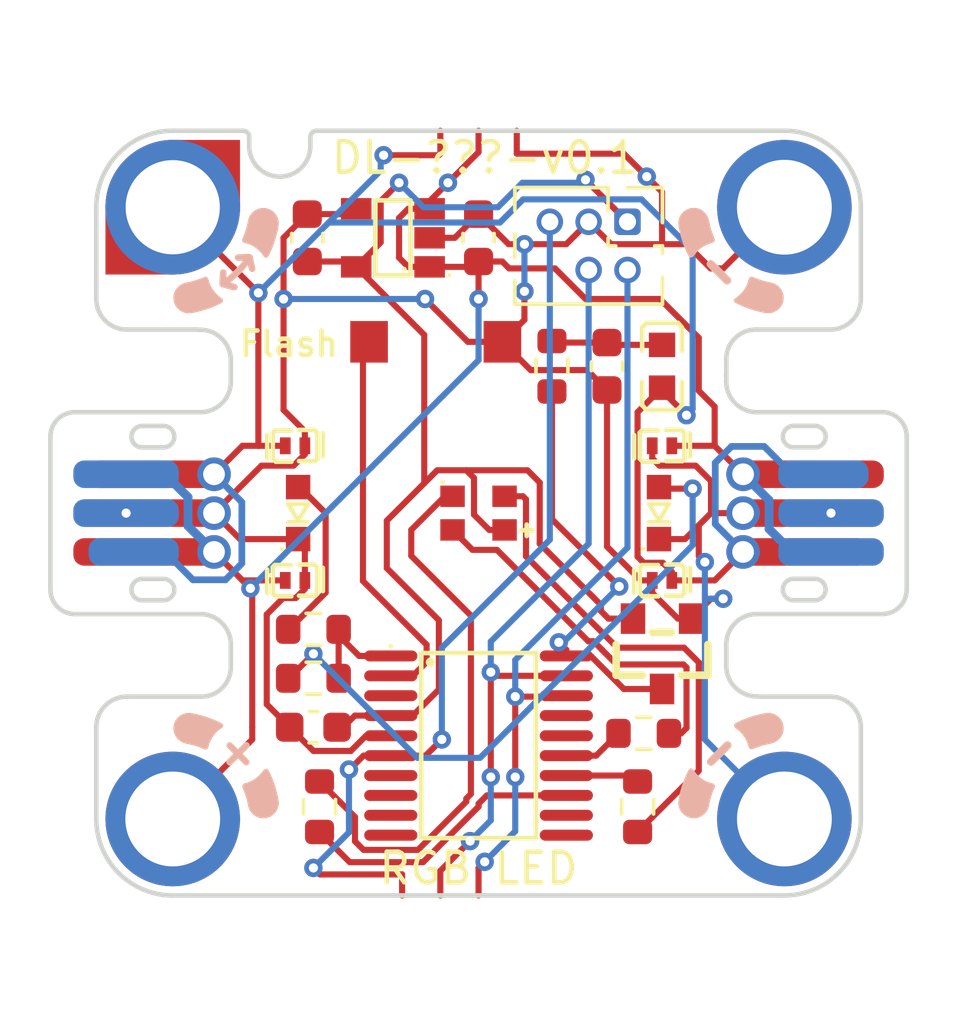
<source format=kicad_pcb>
(kicad_pcb (version 20241229) (generator "pcbnew") (generator_version "9.0")
  (title_block (title "${PROJECTNAME}") (date "2025-10-31") (rev "0.1") (company "Devices Lab") (comment 1 "Lancaster University") (comment 2 "James Hahn") (comment 3 "RGB LED Jacdac virtual module (STM32G0 based)"))
  (layers (0 "F.Cu" signal) (2 "B.Cu" signal) (13 "F.Paste" user) (15 "B.Paste" user) (5 "F.SilkS" user "F.Silkscreen") (7 "B.SilkS" user "B.Silkscreen") (1 "F.Mask" user) (3 "B.Mask" user) (25 "Edge.Cuts" user))
  (net 0 "")
  (net 1 "GND")
  (net 2 "+3V3")
  (net 3 "Net-(C1-Pad1)")
  (net 4 "/SWDIO")
  (net 5 "/SWCLK")
  (net 6 "/nRESET")
  (net 7 "/JD_STATUS")
  (net 8 "/nFLASH")
  (net 18 "JD_PWR")
  (net 19 "/JD_DATA")
  (net 20 "/JD_DATA_MCU")
  (net 21 "Net-(D6-Pad1)")
  (net 22 "Net-(D7-Pad1)")
  (net 23 "Net-(D8-R)")
  (net 24 "Net-(D8-B)")
  (net 25 "Net-(D8-G)")
  (net 26 "/RGB_R")
  (net 27 "/RGB_B")
  (net 28 "/RGB_G")
  (footprint "Resistor_SMD:R_0603_1608Metric" (layer "F.Cu") (at 80.1 78.8 180)
    (property "Reference" "R2" (hide yes))
    (property "Value" "150R" (hide yes))
  )
  (footprint "Capacitor_SMD:C_0603_1608Metric" (layer "F.Cu") (at 89.7 70.2 -90)
    (property "Reference" "C1" (hide yes))
    (property "Value" "33pF" (hide yes))
  )
  (footprint "Jacdac_Components:TSOP-5_L3.0-W1.5-P0.95-BL" (layer "F.Cu") (at 82.7 66 90)
    (property "Reference" "U2" (hide yes))
    (property "Value" "NCP114ASN330T1G" (hide yes))
  )
  (footprint "GerberSockets:RESET" (layer "F.Cu") (at 83 87.5)
    (property "Reference" "GS4" (hide yes))
    (property "Value" "RESET")
  )
  (footprint "GerberSockets:GND" (layer "F.Cu") (at 86.75 62.5)
    (property "Reference" "GS1" (hide yes))
    (property "Value" "GND")
  )
  (footprint "Jacdac:HackConnect_P1.27mm" (layer "F.Cu") (at 90.37 66.2635)
    (property "Reference" "J1" (hide yes))
    (property "Value" "Conn_HackConnect" (hide yes))
  )
  (footprint "Jacdac_Application:LED-ARRAY-SMD_4P-L2.1-W2.1-TL_NH-B2020RGBA" (layer "F.Cu") (at 85.5 75)
    (property "Reference" "D8" (hide yes))
    (property "Value" "NH-B2020RGBA-HF" (hide yes))
  )
  (footprint "Capacitor_SMD:C_0603_1608Metric" (layer "F.Cu") (at 80.1 82 180)
    (property "Reference" "C2" (hide yes))
    (property "Value" "100nF" (hide yes))
  )
  (footprint "Jacdac:jacdac_hole_DATA_MH1" (layer "F.Cu") (at 75.5 65)
    (property "Reference" "MH1" (hide yes))
    (property "Value" "jacdac_hole_DATA_MH1" (hide yes))
    (fp_line (start -2.5 0) (end -2.5 2.5) (stroke (width 0.15)) (layer "Edge.Cuts"))
    (fp_line (start 0 -2.5) (end 2.299998 -2.5) (stroke (width 0.15)) (layer "Edge.Cuts"))
    (fp_line (start 2.5 -2) (end 2.499998 -2.3) (stroke (width 0.15)) (layer "Edge.Cuts"))
    (fp_line (start 4.5 -2) (end 4.5 -2.3) (stroke (width 0.15)) (layer "Edge.Cuts"))
    (fp_arc (start -2.5 0) (mid -1.767767 -1.767767) (end 0 -2.5) (stroke (width 0.15)) (layer "Edge.Cuts"))
    (fp_arc (start 2.299998 -2.5) (mid 2.441421 -2.441422) (end 2.499998 -2.3) (stroke (width 0.15)) (layer "Edge.Cuts"))
    (fp_arc (start 4.5 -2.3) (mid 4.558579 -2.441421) (end 4.7 -2.5) (stroke (width 0.15)) (layer "Edge.Cuts"))
    (fp_arc (start 4.5 -2) (mid 3.5 -1) (end 2.5 -2) (stroke (width 0.15)) (layer "Edge.Cuts"))
  )
  (footprint "Jacdac_Components:TSSOP-20_L6.5-W4.4-P0.65-LS6.4-BL" (layer "F.Cu") (at 85.5 82.6 -90)
    (property "Reference" "U1" (hide yes))
    (property "Value" "STM32G030F6P6" (hide yes))
  )
  (footprint "Jacdac_Components:LED0603-R-RD_ORANGE" (layer "F.Cu") (at 91.4 75 90)
    (property "Reference" "D7" (hide yes))
    (property "Value" "SZYY0603O" (hide yes))
  )
  (footprint "Jacdac_Components:L0603" (layer "F.Cu") (at 91.5 70.2 90)
    (property "Reference" "FB1" (hide yes))
    (property "Value" "~" (hide yes))
  )
  (footprint "Capacitor_SMD:C_0603_1608Metric" (layer "F.Cu") (at 79.9 66 90)
    (property "Reference" "C4" (hide yes))
    (property "Value" "1uF\n16V" (hide yes))
  )
  (footprint "GerberSockets:SWCLK" (layer "F.Cu") (at 84.25 87.5)
    (property "Reference" "GS5" (hide yes))
    (property "Value" "SWCLK")
  )
  (footprint "Jacdac_Components:X1-DFN1006-2_L1.0-W0.6-P0.65-BI" (layer "F.Cu") (at 79.5 72.8)
    (property "Reference" "D3" (hide yes))
    (property "Value" "RCLAMP0521P-N" (hide yes))
  )
  (footprint "GerberSockets:JD_PWR" (layer "F.Cu") (at 85.5 62.5)
    (property "Reference" "GS3" (hide yes))
    (property "Value" "JD_PWR")
  )
  (footprint "Jacdac:jacdac_hole_PWR_MH3" (layer "F.Cu") (at 75.5 85)
    (property "Reference" "MH3" (hide yes))
    (property "Value" "jacdac_hole_PWR_MH3" (hide yes))
    (fp_arc (start 0 2.5) (mid -1.767767 1.767767) (end -2.5 0) (stroke (width 0.15)) (layer "Edge.Cuts"))
  )
  (footprint "Jacdac_Components:LED0603-R-RD_ORANGE" (layer "F.Cu") (at 79.6 75 90)
    (property "Reference" "D6" (hide yes))
    (property "Value" "SZYY0603O" (hide yes))
  )
  (footprint "Jacdac:JD-PEC-02_Prerouted_recessed" (layer "F.Cu") (at 95.5 75 -90)
    (property "Reference" "EC2")
    (property "Value" "Conn_Jacdac_CardEdge" (hide yes))
    (fp_line (start -5.031284 1.9) (end -4.5 1.9) (stroke (width 0.15)) (layer "Edge.Cuts"))
    (fp_line (start -4.297807 1.9) (end -4.5 1.9) (stroke (width 0.15)) (layer "Edge.Cuts"))
    (fp_line (start 4.297807 1.9) (end 4.992893 1.9) (stroke (width 0.15)) (layer "Edge.Cuts"))
    (fp_line (start 6 0.75) (end 5.992893 0.9) (stroke (width 0.15)) (layer "Edge.Cuts"))
    (fp_line (start 6 0.75) (end 6 -1.5) (stroke (width 0.15)) (layer "Edge.Cuts"))
    (fp_line (start -6 -1.5) (end -6 0.9) (stroke (width 0.15)) (layer "Edge.Cuts"))
    (fp_line (start -3.300852 -3.2) (end -3.300852 0.902) (stroke (width 0.15)) (layer "Edge.Cuts"))
    (fp_line (start 3.299148 -3.2) (end 3.299148 0.9) (stroke (width 0.15)) (layer "Edge.Cuts"))
    (fp_line (start 2.499148 -4) (end -2.500852 -4) (stroke (width 0.15)) (layer "Edge.Cuts"))
    (fp_arc (start -5.031284 1.9) (mid -5.727418 1.605151) (end -6 0.9) (stroke (width 0.15)) (layer "Edge.Cuts"))
    (fp_arc (start 4.297807 1.9) (mid 3.591372 1.606829) (end 3.299148 0.9) (stroke (width 0.15)) (layer "Edge.Cuts"))
    (fp_arc (start -3.300852 0.902) (mid -3.592637 1.607476) (end -4.297807 1.9) (stroke (width 0.15)) (layer "Edge.Cuts"))
    (fp_arc (start 5.992893 0.9) (mid 5.700001 1.607107) (end 4.992893 1.9) (stroke (width 0.15)) (layer "Edge.Cuts"))
    (fp_arc (start 6 -1.5) (mid 6.292893 -2.207107) (end 7 -2.5) (stroke (width 0.15)) (layer "Edge.Cuts"))
    (fp_arc (start -7 -2.5) (mid -6.292893 -2.207107) (end -6 -1.5) (stroke (width 0.15)) (layer "Edge.Cuts"))
    (fp_arc (start -3.300852 -3.2) (mid -3.066852 -3.765999) (end -2.500852 -4) (stroke (width 0.15)) (layer "Edge.Cuts"))
    (fp_arc (start 2.499148 -4) (mid 3.065147 -3.765999) (end 3.299148 -3.2) (stroke (width 0.15)) (layer "Edge.Cuts"))
    (fp_poly (pts (arc (start -2.150853 -1.000001) (mid -2.500852 -1.35) (end -2.850851 -1.000001)) (arc (start -2.850851 -0.300002) (mid -2.500852 0.049997) (end -2.150853 -0.300002))) (stroke (width 0.15)) (fill no) (layer "Edge.Cuts"))
    (fp_poly (pts (arc (start 2.849147 -1.000001) (mid 2.499148 -1.35) (end 2.149149 -1.000001)) (arc (start 2.149149 -0.300002) (mid 2.499148 0.049997) (end 2.849147 -0.300002))) (stroke (width 0.15)) (fill no) (layer "Edge.Cuts"))
  )
  (footprint "Resistor_SMD:R_0603_1608Metric" (layer "F.Cu") (at 90.9 82.2 180)
    (property "Reference" "R6" (hide yes))
    (property "Value" "30R" (hide yes))
  )
  (footprint "Jacdac_Components:X1-DFN1006-2_L1.0-W0.6-P0.65-BI" (layer "F.Cu") (at 91.5 72.8 180)
    (property "Reference" "D4" (hide yes))
    (property "Value" "RCLAMP0521P-N" (hide yes))
  )
  (footprint "Resistor_SMD:R_0603_1608Metric" (layer "F.Cu") (at 80.3 84.6 -90)
    (property "Reference" "R4" (hide yes))
    (property "Value" "30R" (hide yes))
  )
  (footprint "Jacdac_Components:X1-DFN1006-2_L1.0-W0.6-P0.65-BI" (layer "F.Cu") (at 91.5 77.2 180)
    (property "Reference" "D5" (hide yes))
    (property "Value" "RCLAMP0521P-N" (hide yes))
  )
  (footprint "Resistor_SMD:R_0603_1608Metric" (layer "F.Cu") (at 90.7 84.6 90)
    (property "Reference" "R5" (hide yes))
    (property "Value" "30R" (hide yes))
  )
  (footprint "GerberSockets:JD_DATA" (layer "F.Cu") (at 84.25 62.5)
    (property "Reference" "GS2" (hide yes))
    (property "Value" "JD_DATA")
  )
  (footprint "Jacdac_Components:SOT-23_L2.9-W1.3-P1.90-LS2.4-BR" (layer "F.Cu") (at 91.5 79.6 90)
    (property "Reference" "D1" (hide yes))
    (property "Value" "BAT54S" (hide yes))
  )
  (footprint "Resistor_SMD:R_0603_1608Metric" (layer "F.Cu") (at 87.9 70.2 -90)
    (property "Reference" "R1" (hide yes))
    (property "Value" "220R" (hide yes))
  )
  (footprint "GerberSockets:TEST_2" (layer "F.Cu") (at 88 87.5)
    (property "Reference" "GS8" (hide yes))
    (property "Value" "TEST_2")
  )
  (footprint "GerberSockets:TEST_1" (layer "F.Cu") (at 86.75 87.5)
    (property "Reference" "GS7" (hide yes))
    (property "Value" "TEST_1")
  )
  (footprint "Jacdac:jacdac_hole_GND_MH4" (layer "F.Cu") (at 95.5 85)
    (property "Reference" "MH4" (hide yes))
    (property "Value" "jacdac_hole_GND_MH4" (hide yes))
    (fp_arc (start 2.5 0) (mid 1.767767 1.767767) (end 0 2.5) (stroke (width 0.15)) (layer "Edge.Cuts"))
  )
  (footprint "Jacdac:jacdac_hole_GND_MH2" (layer "F.Cu") (at 95.5 65)
    (property "Reference" "MH2" (hide yes))
    (property "Value" "jacdac_hole_GND_MH2" (hide yes))
    (fp_arc (start 0 -2.5) (mid 1.767767 -1.767767) (end 2.5 0) (stroke (width 0.15)) (layer "Edge.Cuts"))
  )
  (footprint "Jacdac_Components:SW-SMD_L3.9-W3.0-P4.45" (layer "F.Cu") (at 84.1 69.4)
    (property "Reference" "SW1" (hide yes))
    (property "Value" "TS-1088-AR02016" (hide yes))
  )
  (footprint "Jacdac:JD-PEC-02_Prerouted_recessed" (layer "F.Cu") (at 75.5 75 90)
    (property "Reference" "EC1")
    (property "Value" "Conn_Jacdac_CardEdge" (hide yes))
    (fp_line (start 2.499148 -4) (end -2.500852 -4) (stroke (width 0.15)) (layer "Edge.Cuts"))
    (fp_line (start 3.299148 -3.2) (end 3.299148 0.9) (stroke (width 0.15)) (layer "Edge.Cuts"))
    (fp_line (start -3.300852 -3.2) (end -3.300852 0.902) (stroke (width 0.15)) (layer "Edge.Cuts"))
    (fp_line (start -6 -1.5) (end -6 0.9) (stroke (width 0.15)) (layer "Edge.Cuts"))
    (fp_line (start 6 0.75) (end 6 -1.5) (stroke (width 0.15)) (layer "Edge.Cuts"))
    (fp_line (start 6 0.75) (end 5.992893 0.9) (stroke (width 0.15)) (layer "Edge.Cuts"))
    (fp_line (start 4.297807 1.9) (end 4.992893 1.9) (stroke (width 0.15)) (layer "Edge.Cuts"))
    (fp_line (start -4.297807 1.9) (end -4.5 1.9) (stroke (width 0.15)) (layer "Edge.Cuts"))
    (fp_line (start -5.031284 1.9) (end -4.5 1.9) (stroke (width 0.15)) (layer "Edge.Cuts"))
    (fp_arc (start 2.499148 -4) (mid 3.065147 -3.765999) (end 3.299148 -3.2) (stroke (width 0.15)) (layer "Edge.Cuts"))
    (fp_arc (start -3.300852 -3.2) (mid -3.066852 -3.765999) (end -2.500852 -4) (stroke (width 0.15)) (layer "Edge.Cuts"))
    (fp_arc (start -7 -2.5) (mid -6.292893 -2.207107) (end -6 -1.5) (stroke (width 0.15)) (layer "Edge.Cuts"))
    (fp_arc (start 6 -1.5) (mid 6.292893 -2.207107) (end 7 -2.5) (stroke (width 0.15)) (layer "Edge.Cuts"))
    (fp_arc (start 5.992893 0.9) (mid 5.700001 1.607107) (end 4.992893 1.9) (stroke (width 0.15)) (layer "Edge.Cuts"))
    (fp_arc (start -3.300852 0.902) (mid -3.592637 1.607476) (end -4.297807 1.9) (stroke (width 0.15)) (layer "Edge.Cuts"))
    (fp_arc (start 4.297807 1.9) (mid 3.591372 1.606829) (end 3.299148 0.9) (stroke (width 0.15)) (layer "Edge.Cuts"))
    (fp_arc (start -5.031284 1.9) (mid -5.727418 1.605151) (end -6 0.9) (stroke (width 0.15)) (layer "Edge.Cuts"))
    (fp_poly (pts (arc (start 2.849147 -1.000001) (mid 2.499148 -1.35) (end 2.149149 -1.000001)) (arc (start 2.149149 -0.300002) (mid 2.499148 0.049997) (end 2.849147 -0.300002))) (stroke (width 0.15)) (fill no) (layer "Edge.Cuts"))
    (fp_poly (pts (arc (start -2.150853 -1.000001) (mid -2.500852 -1.35) (end -2.850851 -1.000001)) (arc (start -2.850851 -0.300002) (mid -2.500852 0.049997) (end -2.150853 -0.300002))) (stroke (width 0.15)) (fill no) (layer "Edge.Cuts"))
  )
  (footprint "Jacdac_Components:X1-DFN1006-2_L1.0-W0.6-P0.65-BI" (layer "F.Cu") (at 79.5 77.2)
    (property "Reference" "D2" (hide yes))
    (property "Value" "RCLAMP0521P-N" (hide yes))
  )
  (footprint "Capacitor_SMD:C_0603_1608Metric" (layer "F.Cu") (at 85.5 66 90)
    (property "Reference" "C3" (hide yes))
    (property "Value" "1uF" (hide yes))
  )
  (footprint "Resistor_SMD:R_0603_1608Metric" (layer "F.Cu") (at 80.1 80.4 180)
    (property "Reference" "R3" (hide yes))
    (property "Value" "150R" (hide yes))
  )
  (footprint "GerberSockets:SWDIO~^" (layer "F.Cu") (at 85.5 87.5)
    (property "Reference" "GS6" (hide yes))
    (property "Value" "SWDIO~^")
  )
  (gr_line (start 73 85) (end 73 82) (stroke (width 0.15)) (layer "Edge.Cuts"))
  (gr_line (start 95.5 87.5) (end 75.5 87.5) (stroke (width 0.15)) (layer "Edge.Cuts"))
  (gr_line (start 80.2 62.5) (end 95.5 62.5) (stroke (width 0.15)) (layer "Edge.Cuts"))
  (gr_line (start 73 67.5) (end 73 68) (stroke (width 0.15)) (layer "Edge.Cuts"))
  (gr_line (start 98 68) (end 98 65) (stroke (width 0.15)) (layer "Edge.Cuts"))
  (gr_line (start 98 82) (end 98 85) (stroke (width 0.15)) (layer "Edge.Cuts"))
  (gr_text "RGB LED" (at 85.5 87.2 0) (layer "F.SilkS") (effects (font (size 1 1)) (justify bottom)))
  (gr_text "DL-???-v0.1" (at 85.7 62.8 0) (layer "F.SilkS") (effects (font (size 1 1)) (justify top)))
  (gr_text "Flash" (at 79.3 69 0) (layer "F.SilkS") (effects (font (size 0.8 0.8)) (justify top)))
  (segment (start 87.204 70.324) (end 89.049 70.324) (width 0.2) (layer "F.Cu") (net 1))
  (segment (start 87 67.75) (end 87 68.68) (width 0.2) (layer "F.Cu") (net 1))
  (segment (start 89.8328 66.2089) (end 89.1 65.4761) (width 0.2) (layer "F.Cu") (net 1))
  (segment (start 79.124 68) (end 79.124 66.001) (width 0.2) (layer "F.Cu") (net 1))
  (segment (start 91.18 77.2) (end 91.18 77.612) (width 0.2) (layer "F.Cu") (net 1))
  (segment (start 91.18 77.612) (end 92.018 78.45) (width 0.2) (layer "F.Cu") (net 1))
  (segment (start 92.45 78.45) (end 93.1 77.8) (width 0.2) (layer "F.Cu") (net 1))
  (segment (start 78.574 81.249) (end 78.574 78.311936) (width 0.2) (layer "F.Cu") (net 1))
  (segment (start 79.451 73.449) (end 78.401 73.449) (width 0.2) (layer "F.Cu") (net 1))
  (segment (start 84.725 66) (end 85.5 65.225) (width 0.2) (layer "F.Cu") (net 1))
  (segment (start 91.5 66.2089) (end 91.5 64.5) (width 0.2) (layer "F.Cu") (net 1))
  (segment (start 79.82 76.07) (end 79.82 77.2) (width 0.2) (layer "F.Cu") (net 1))
  (segment (start 79.82 77.48) (end 79.82 77.2) (width 0.2) (layer "F.Cu") (net 1))
  (segment (start 95.5 65) (end 93.5 67) (width 0.2) (layer "F.Cu") (net 1))
  (segment (start 81.5 64.8) (end 81.5 65.05) (width 0.2) (layer "F.Cu") (net 1))
  (segment (start 92.7 75.4) (end 92.7 76.4) (width 0.2) (layer "F.Cu") (net 1))
  (segment (start 79.124 71.629) (end 79.124 68) (width 0.2) (layer "F.Cu") (net 1))
  (segment (start 85.15 69.4) (end 83.75 68) (width 0.2) (layer "F.Cu") (net 1))
  (segment (start 89.7 76.095) (end 90.805 77.2) (width 0.2) (layer "F.Cu") (net 1))
  (segment (start 93.5 67) (end 93.0911 67) (width 0.2) (layer "F.Cu") (net 1))
  (segment (start 90.805 77.2) (end 91.18 77.2) (width 0.2) (layer "F.Cu") (net 1))
  (segment (start 95.5 65) (end 94.498 63.998) (width 0.2) (layer "F.Cu") (net 1))
  (segment (start 91.5 64.5) (end 91 64) (width 0.2) (layer "F.Cu") (net 1))
  (segment (start 81.325 65.225) (end 81.5 65.05) (width 0.2) (layer "F.Cu") (net 1))
  (segment (start 77.7 75.85) (end 79.6 75.85) (width 0.2) (layer "F.Cu") (net 1))
  (segment (start 86.28 69.4) (end 85.15 69.4) (width 0.2) (layer "F.Cu") (net 1))
  (segment (start 79.6 75.85) (end 79.82 76.07) (width 0.2) (layer "F.Cu") (net 1))
  (segment (start 93.0911 67) (end 92.3 66.2089) (width 0.2) (layer "F.Cu") (net 1))
  (segment (start 78.574 78.311936) (end 79.109936 77.776) (width 0.2) (layer "F.Cu") (net 1))
  (segment (start 81.82011 82.28) (end 81.32411 82.776) (width 0.2) (layer "F.Cu") (net 1))
  (segment (start 91 64) (end 90.25 63.25) (width 0.2) (layer "F.Cu") (net 1))
  (segment (start 88.3672 66.2089) (end 89.1 65.4761) (width 0.2) (layer "F.Cu") (net 1))
  (segment (start 93.1 73.950057) (end 93.1 75) (width 0.2) (layer "F.Cu") (net 1))
  (segment (start 81.32411 82.776) (end 80.101 82.776) (width 0.2) (layer "F.Cu") (net 1))
  (segment (start 89.049 70.324) (end 89.7 70.975) (width 0.2) (layer "F.Cu") (net 1))
  (segment (start 79.524 77.776) (end 79.82 77.48) (width 0.2) (layer "F.Cu") (net 1))
  (segment (start 91.417 73.449) (end 92.598943 73.449) (width 0.2) (layer "F.Cu") (net 1))
  (segment (start 86.28 69.4) (end 87.204 70.324) (width 0.2) (layer "F.Cu") (net 1))
  (segment (start 82.63 82.28) (end 81.82011 82.28) (width 0.2) (layer "F.Cu") (net 1))
  (segment (start 92.3 66.2089) (end 91.5 66.2089) (width 0.2) (layer "F.Cu") (net 1))
  (segment (start 86.75 63.25) (end 86.75 62.5) (width 0.2) (layer "F.Cu") (net 1))
  (segment (start 91.5 66.2089) (end 89.8328 66.2089) (width 0.2) (layer "F.Cu") (net 1))
  (segment (start 94.15 75) (end 93.1 75) (width 0.2) (layer "F.Cu") (net 1))
  (segment (start 92.7 75.4) (end 92.25 75.85) (width 0.2) (layer "F.Cu") (net 1))
  (segment (start 83.9 66) (end 84.725 66) (width 0.2) (layer "F.Cu") (net 1))
  (segment (start 85.5 65.225) (end 86.4839 66.2089) (width 0.2) (layer "F.Cu") (net 1))
  (segment (start 87 66.2089) (end 88.3672 66.2089) (width 0.2) (layer "F.Cu") (net 1))
  (segment (start 79.82 72.8) (end 79.82 72.325) (width 0.2) (layer "F.Cu") (net 1))
  (segment (start 79.109936 77.776) (end 79.524 77.776) (width 0.2) (layer "F.Cu") (net 1))
  (segment (start 79.82 73.08) (end 79.451 73.449) (width 0.2) (layer "F.Cu") (net 1))
  (segment (start 93.1 75) (end 92.7 75.4) (width 0.2) (layer "F.Cu") (net 1))
  (segment (start 90.25 63.25) (end 86.75 63.25) (width 0.2) (layer "F.Cu") (net 1))
  (segment (start 79.82 72.8) (end 79.82 73.08) (width 0.2) (layer "F.Cu") (net 1))
  (segment (start 89.7 70.975) (end 89.7 76.095) (width 0.2) (layer "F.Cu") (net 1))
  (segment (start 79.82 72.325) (end 79.124 71.629) (width 0.2) (layer "F.Cu") (net 1))
  (segment (start 78.401 73.449) (end 76.85 75) (width 0.2) (layer "F.Cu") (net 1))
  (segment (start 86.4839 66.2089) (end 87 66.2089) (width 0.2) (layer "F.Cu") (net 1))
  (segment (start 92.598943 73.449) (end 93.1 73.950057) (width 0.2) (layer "F.Cu") (net 1))
  (segment (start 79.9 65.225) (end 81.325 65.225) (width 0.2) (layer "F.Cu") (net 1))
  (segment (start 92.7 76.4) (end 92.9 76.6) (width 0.2) (layer "F.Cu") (net 1))
  (segment (start 79.325 82) (end 78.574 81.249) (width 0.2) (layer "F.Cu") (net 1))
  (segment (start 79.124 66.001) (end 79.9 65.225) (width 0.2) (layer "F.Cu") (net 1))
  (segment (start 92.25 75.85) (end 91.4 75.85) (width 0.2) (layer "F.Cu") (net 1))
  (segment (start 76.85 75) (end 77.7 75.85) (width 0.2) (layer "F.Cu") (net 1))
  (segment (start 89.775 70.9) (end 89.7 70.975) (width 0.2) (layer "F.Cu") (net 1))
  (segment (start 91.18 73.212) (end 91.417 73.449) (width 0.2) (layer "F.Cu") (net 1))
  (segment (start 93.1 77.8) (end 93.5 77.8) (width 0.2) (layer "F.Cu") (net 1))
  (segment (start 87 68.68) (end 86.28 69.4) (width 0.2) (layer "F.Cu") (net 1))
  (segment (start 91.18 72.8) (end 91.18 73.212) (width 0.2) (layer "F.Cu") (net 1))
  (segment (start 80.101 82.776) (end 79.325 82) (width 0.2) (layer "F.Cu") (net 1))
  (segment (start 92.018 78.45) (end 92.25 78.45) (width 0.2) (layer "F.Cu") (net 1))
  (via (at 92.9 76.6) (size 0.6) (drill 0.3) (layers "F.Cu" "B.Cu") (net 1))
  (via (at 91 64) (size 0.6) (drill 0.3) (layers "F.Cu" "B.Cu") (net 1))
  (via (at 87 66.2089) (size 0.6) (drill 0.3) (layers "F.Cu" "B.Cu") (net 1))
  (via (at 87 67.75) (size 0.6) (drill 0.3) (layers "F.Cu" "B.Cu") (net 1))
  (via (at 93.5 77.8) (size 0.6) (drill 0.3) (layers "F.Cu" "B.Cu") (net 1))
  (via (at 79.124 68) (size 0.6) (drill 0.3) (layers "F.Cu" "B.Cu") (net 1))
  (via (at 83.75 68) (size 0.6) (drill 0.3) (layers "F.Cu" "B.Cu") (net 1))
  (segment (start 92.9 76.6) (end 92.9 77.8) (width 0.2) (layer "B.Cu") (net 1))
  (segment (start 83.75 68) (end 79.25 68) (width 0.2) (layer "B.Cu") (net 1))
  (segment (start 93.5 77.8) (end 92.9 77.8) (width 0.2) (layer "B.Cu") (net 1))
  (segment (start 92.9 77.8) (end 92.9 82.4) (width 0.2) (layer "B.Cu") (net 1))
  (segment (start 87 66.2089) (end 87 67.75) (width 0.2) (layer "B.Cu") (net 1))
  (segment (start 92.9 82.4) (end 95.5 85) (width 0.2) (layer "B.Cu") (net 1))
  (segment (start 84.148 73.6) (end 85.1 73.6) (width 0.2) (layer "F.Cu") (net 2))
  (segment (start 82.63 81.62) (end 81.455 81.62) (width 0.2) (layer "F.Cu") (net 2))
  (segment (start 81.455 81.62) (end 80.875 82.2) (width 0.2) (layer "F.Cu") (net 2))
  (segment (start 85.351 73.851) (end 85.351 75.051) (width 0.2) (layer "F.Cu") (net 2))
  (segment (start 82.3 66.15) (end 81.5 66.95) (width 0.2) (layer "F.Cu") (net 2))
  (segment (start 83.724 69.174) (end 81.5 66.95) (width 0.2) (layer "F.Cu") (net 2))
  (segment (start 84.202 78.502) (end 82.5 76.8) (width 0.2) (layer "F.Cu") (net 2))
  (segment (start 90.35 78.45) (end 89.75 78.45) (width 0.2) (layer "F.Cu") (net 2))
  (segment (start 83.724 74.024) (end 84.148 73.6) (width 0.2) (layer "F.Cu") (net 2))
  (segment (start 82.3 64.8) (end 82.3 66.15) (width 0.2) (layer "F.Cu") (net 2))
  (segment (start 89.5 78.2) (end 89.5 78) (width 0.2) (layer "F.Cu") (net 2))
  (segment (start 83.724 74.024) (end 83.724 69.174) (width 0.2) (layer "F.Cu") (net 2))
  (segment (start 89.5 78) (end 87.5 76) (width 0.2) (layer "F.Cu") (net 2))
  (segment (start 87.5 76) (end 87.5 74) (width 0.2) (layer "F.Cu") (net 2))
  (segment (start 79.9 66.775) (end 81.325 66.775) (width 0.2) (layer "F.Cu") (net 2))
  (segment (start 87.1 73.6) (end 85.1 73.6) (width 0.2) (layer "F.Cu") (net 2))
  (segment (start 82.9 64.2) (end 82.3 64.8) (width 0.2) (layer "F.Cu") (net 2))
  (segment (start 84.202 80.768237) (end 84.202 78.502) (width 0.2) (layer "F.Cu") (net 2))
  (segment (start 89.75 78.45) (end 89.5 78.2) (width 0.2) (layer "F.Cu") (net 2))
  (segment (start 83.350237 81.62) (end 84.202 80.768237) (width 0.2) (layer "F.Cu") (net 2))
  (segment (start 85.85 75.55) (end 86.35 75.55) (width 0.2) (layer "F.Cu") (net 2))
  (segment (start 82.63 81.62) (end 83.350237 81.62) (width 0.2) (layer "F.Cu") (net 2))
  (segment (start 82.5 76.8) (end 82.5 75.248) (width 0.2) (layer "F.Cu") (net 2))
  (segment (start 85.351 75.051) (end 85.85 75.55) (width 0.2) (layer "F.Cu") (net 2))
  (segment (start 90.37 65.4761) (end 88.99695 64.10305) (width 0.2) (layer "F.Cu") (net 2))
  (segment (start 82.5 75.248) (end 83.724 74.024) (width 0.2) (layer "F.Cu") (net 2))
  (segment (start 81.325 66.775) (end 81.5 66.95) (width 0.2) (layer "F.Cu") (net 2))
  (segment (start 87.5 74) (end 87.1 73.6) (width 0.2) (layer "F.Cu") (net 2))
  (segment (start 85.1 73.6) (end 85.351 73.851) (width 0.2) (layer "F.Cu") (net 2))
  (via (at 82.9 64.2) (size 0.6) (drill 0.3) (layers "F.Cu" "B.Cu") (net 2))
  (via (at 88.99695 64.10305) (size 0.6) (drill 0.3) (layers "F.Cu" "B.Cu") (net 2))
  (segment (start 86.9329 64.2) (end 89.1 64.2) (width 0.2) (layer "B.Cu") (net 2))
  (segment (start 86.1319 65.001) (end 86.9329 64.2) (width 0.2) (layer "B.Cu") (net 2))
  (segment (start 83.701 65.001) (end 86.1319 65.001) (width 0.2) (layer "B.Cu") (net 2))
  (segment (start 82.9 64.2) (end 83.701 65.001) (width 0.2) (layer "B.Cu") (net 2))
  (segment (start 89.775 69.5) (end 89.7 69.425) (width 0.2) (layer "F.Cu") (net 3))
  (segment (start 87.95 69.425) (end 87.9 69.375) (width 0.2) (layer "F.Cu") (net 3))
  (segment (start 91.5 69.5) (end 89.775 69.5) (width 0.2) (layer "F.Cu") (net 3))
  (segment (start 89.7 69.425) (end 87.95 69.425) (width 0.2) (layer "F.Cu") (net 3))
  (segment (start 88.34 81) (end 88.37 80.97) (width 0.2) (layer "F.Cu") (net 4))
  (segment (start 86.7 81) (end 88.34 81) (width 0.2) (layer "F.Cu") (net 4))
  (segment (start 86.7 81) (end 86.7 83.63) (width 0.2) (layer "F.Cu") (net 4))
  (segment (start 85.7 86.4) (end 85.5 86.6) (width 0.2) (layer "F.Cu") (net 4))
  (segment (start 85.5 87.5) (end 85.5 86.6) (width 0.2) (layer "F.Cu") (net 4))
  (via (at 86.7 83.63) (size 0.6) (drill 0.3) (layers "F.Cu" "B.Cu") (net 4))
  (via (at 85.7 86.4) (size 0.6) (drill 0.3) (layers "F.Cu" "B.Cu") (net 4))
  (via (at 86.7 81) (size 0.6) (drill 0.3) (layers "F.Cu" "B.Cu") (net 4))
  (segment (start 86.7 83.63) (end 86.7 85.4) (width 0.2) (layer "B.Cu") (net 4))
  (segment (start 86.7 85.4) (end 85.7 86.4) (width 0.2) (layer "B.Cu") (net 4))
  (segment (start 86.7 79.8) (end 86.7 80.6) (width 0.2) (layer "B.Cu") (net 4))
  (segment (start 90.37 76.13) (end 86.7 79.8) (width 0.2) (layer "B.Cu") (net 4))
  (segment (start 90.37 67.0509) (end 90.37 76.13) (width 0.2) (layer "B.Cu") (net 4))
  (segment (start 86.7 80.6) (end 86.7 81) (width 0.2) (layer "B.Cu") (net 4))
  (segment (start 85.9 80.2) (end 86.02 80.32) (width 0.2) (layer "F.Cu") (net 5))
  (segment (start 85.77 83.5) (end 85.75 83.5) (width 0.2) (layer "F.Cu") (net 5))
  (segment (start 86.02 80.32) (end 88.37 80.32) (width 0.2) (layer "F.Cu") (net 5))
  (segment (start 85.9 80.2) (end 85.9 83.63) (width 0.2) (layer "F.Cu") (net 5))
  (segment (start 84.25 87.5) (end 84.25 86.695866) (width 0.2) (layer "F.Cu") (net 5))
  (segment (start 85.222933 85.722934) (end 84.472933 86.472933) (width 0.2) (layer "F.Cu") (net 5))
  (segment (start 84.25 86.695866) (end 84.472933 86.472933) (width 0.2) (layer "F.Cu") (net 5))
  (segment (start 85.9 83.63) (end 85.77 83.5) (width 0.2) (layer "F.Cu") (net 5))
  (via (at 85.9 83.63) (size 0.6) (drill 0.3) (layers "F.Cu" "B.Cu") (net 5))
  (via (at 85.9 80.2) (size 0.6) (drill 0.3) (layers "F.Cu" "B.Cu") (net 5))
  (via (at 85.222933 85.722934) (size 0.6) (drill 0.3) (layers "F.Cu" "B.Cu") (net 5))
  (segment (start 87.5 77.6) (end 85.9 79.2) (width 0.2) (layer "B.Cu") (net 5))
  (segment (start 89.1 67.0509) (end 89.1 76) (width 0.2) (layer "B.Cu") (net 5))
  (segment (start 85.9 85.045867) (end 85.222933 85.722934) (width 0.2) (layer "B.Cu") (net 5))
  (segment (start 85.9 83.63) (end 85.9 85.045867) (width 0.2) (layer "B.Cu") (net 5))
  (segment (start 85.9 79.2) (end 85.9 80.2) (width 0.2) (layer "B.Cu") (net 5))
  (segment (start 89.1 76) (end 87.5 77.6) (width 0.2) (layer "B.Cu") (net 5))
  (segment (start 82.999 86.813) (end 83 86.812) (width 0.2) (layer "F.Cu") (net 6))
  (segment (start 81.73721 82.93) (end 81.284062 83.383148) (width 0.2) (layer "F.Cu") (net 6))
  (segment (start 82.63 82.93) (end 83.77 82.93) (width 0.2) (layer "F.Cu") (net 6))
  (segment (start 80.313 86.813) (end 82.999 86.813) (width 0.2) (layer "F.Cu") (net 6))
  (segment (start 80.1 86.6) (end 80.313 86.813) (width 0.2) (layer "F.Cu") (net 6))
  (segment (start 82.63 82.93) (end 81.73721 82.93) (width 0.2) (layer "F.Cu") (net 6))
  (segment (start 81.284062 83.383148) (end 81.262114 83.383148) (width 0.2) (layer "F.Cu") (net 6))
  (segment (start 83.77 82.93) (end 84.3 82.4) (width 0.2) (layer "F.Cu") (net 6))
  (segment (start 83 86.812) (end 83 87.5) (width 0.2) (layer "F.Cu") (net 6))
  (via (at 80.1 86.6) (size 0.6) (drill 0.3) (layers "F.Cu" "B.Cu") (net 6))
  (via (at 81.262114 83.383148) (size 0.6) (drill 0.3) (layers "F.Cu" "B.Cu") (net 6))
  (via (at 84.3 82.4) (size 0.6) (drill 0.3) (layers "F.Cu" "B.Cu") (net 6))
  (segment (start 84.3 79.4) (end 87.83 75.87) (width 0.2) (layer "B.Cu") (net 6))
  (segment (start 81.262114 83.383148) (end 81.262114 85.437886) (width 0.2) (layer "B.Cu") (net 6))
  (segment (start 84.3 82.4) (end 84.3 79.4) (width 0.2) (layer "B.Cu") (net 6))
  (segment (start 81.262114 85.437886) (end 80.1 86.6) (width 0.2) (layer "B.Cu") (net 6))
  (segment (start 87.83 75.87) (end 87.83 65.4761) (width 0.2) (layer "B.Cu") (net 6))
  (segment (start 82.63 79.67) (end 81.595 79.67) (width 0.2) (layer "F.Cu") (net 7))
  (segment (start 80.925 79) (end 80.925 80.6) (width 0.2) (layer "F.Cu") (net 7))
  (segment (start 81.595 79.67) (end 80.925 79) (width 0.2) (layer "F.Cu") (net 7))
  (segment (start 81.72 77.22) (end 81.72 69.8) (width 0.2) (layer "F.Cu") (net 8))
  (segment (start 83.801 79.869237) (end 83.801 79.301) (width 0.2) (layer "F.Cu") (net 8))
  (segment (start 83.801 79.301) (end 81.72 77.22) (width 0.2) (layer "F.Cu") (net 8))
  (segment (start 82.63 80.32) (end 83.350237 80.32) (width 0.2) (layer "F.Cu") (net 8))
  (segment (start 83.350237 80.32) (end 83.801 79.869237) (width 0.2) (layer "F.Cu") (net 8))
  (segment (start 92.7 69.268) (end 91.432 68) (width 0.2) (layer "F.Cu") (net 18))
  (segment (start 83.2 66.95) (end 83.9 66.95) (width 0.2) (layer "F.Cu") (net 18))
  (segment (start 77.78 77.2) (end 79.18 77.2) (width 0.2) (layer "F.Cu") (net 18))
  (segment (start 78.1 77.52) (end 78.1 82) (width 0.2) (layer "F.Cu") (net 18))
  (segment (start 86.5 67) (end 86.275 66.775) (width 0.2) (layer "F.Cu") (net 18))
  (segment (start 85.5 68) (end 85.5 66.775) (width 0.2) (layer "F.Cu") (net 18))
  (segment (start 93.22 72.8) (end 94.15 73.73) (width 0.2) (layer "F.Cu") (net 18))
  (segment (start 92.7 71) (end 92.7 69.268) (width 0.2) (layer "F.Cu") (net 18))
  (segment (start 93.22 72.8) (end 93.22 71.52) (width 0.2) (layer "F.Cu") (net 18))
  (segment (start 86.275 66.775) (end 85.5 66.775) (width 0.2) (layer "F.Cu") (net 18))
  (segment (start 77.78 77.2) (end 78.04 77.46) (width 0.2) (layer "F.Cu") (net 18))
  (segment (start 82.9 65.35) (end 82.9 66.65) (width 0.2) (layer "F.Cu") (net 18))
  (segment (start 84.5 64.2) (end 85.5 63.2) (width 0.2) (layer "F.Cu") (net 18))
  (segment (start 91.432 68) (end 89 68) (width 0.2) (layer "F.Cu") (net 18))
  (segment (start 78.1 82.4) (end 75.5 85) (width 0.2) (layer "F.Cu") (net 18))
  (segment (start 88 67) (end 86.5 67) (width 0.2) (layer "F.Cu") (net 18))
  (segment (start 91.82 72.8) (end 93.22 72.8) (width 0.2) (layer "F.Cu") (net 18))
  (segment (start 78.04 77.46) (end 78.1 77.52) (width 0.2) (layer "F.Cu") (net 18))
  (segment (start 85.325 66.95) (end 85.5 66.775) (width 0.2) (layer "F.Cu") (net 18))
  (segment (start 83.9 64.8) (end 84.5 64.2) (width 0.2) (layer "F.Cu") (net 18))
  (segment (start 85.5 63.2) (end 85.5 62.5) (width 0.2) (layer "F.Cu") (net 18))
  (segment (start 89 68) (end 88 67) (width 0.2) (layer "F.Cu") (net 18))
  (segment (start 83.9 66.95) (end 85.325 66.95) (width 0.2) (layer "F.Cu") (net 18))
  (segment (start 83.9 65.05) (end 83.2 65.05) (width 0.2) (layer "F.Cu") (net 18))
  (segment (start 83.2 65.05) (end 82.9 65.35) (width 0.2) (layer "F.Cu") (net 18))
  (segment (start 83.9 65.05) (end 83.9 64.8) (width 0.2) (layer "F.Cu") (net 18))
  (segment (start 76.85 76.27) (end 77.78 77.2) (width 0.2) (layer "F.Cu") (net 18))
  (segment (start 78.1 82) (end 78.1 82.4) (width 0.2) (layer "F.Cu") (net 18))
  (segment (start 82.9 66.65) (end 83.2 66.95) (width 0.2) (layer "F.Cu") (net 18))
  (segment (start 93.22 71.52) (end 92.7 71) (width 0.2) (layer "F.Cu") (net 18))
  (via (at 84.5 64.2) (size 0.6) (drill 0.3) (layers "F.Cu" "B.Cu") (net 18))
  (via (at 85.5 68) (size 0.6) (drill 0.3) (layers "F.Cu" "B.Cu") (net 18))
  (via (at 78.04 77.46) (size 0.6) (drill 0.3) (layers "F.Cu" "B.Cu") (net 18))
  (segment (start 78.04 77.46) (end 85.5 70) (width 0.2) (layer "B.Cu") (net 18))
  (segment (start 85.5 70) (end 85.5 68) (width 0.2) (layer "B.Cu") (net 18))
  (segment (start 91.5 71) (end 91.5 70.9) (width 0.2) (layer "F.Cu") (net 19))
  (segment (start 78.3 67.8) (end 75.5 65) (width 0.2) (layer "F.Cu") (net 19))
  (segment (start 77.78 72.8) (end 78.3 72.8) (width 0.2) (layer "F.Cu") (net 19))
  (segment (start 91.524 76.624) (end 91.82 76.92) (width 0.2) (layer "F.Cu") (net 19))
  (segment (start 82.394416 63.3) (end 84.2 63.3) (width 0.2) (layer "F.Cu") (net 19))
  (segment (start 90.699 71.701) (end 90.699 76.423) (width 0.2) (layer "F.Cu") (net 19))
  (segment (start 84.2 63.3) (end 84.25 63.25) (width 0.2) (layer "F.Cu") (net 19))
  (segment (start 84.25 63.25) (end 84.25 62.5) (width 0.2) (layer "F.Cu") (net 19))
  (segment (start 76.85 73.73) (end 77.78 72.8) (width 0.2) (layer "F.Cu") (net 19))
  (segment (start 91.5 70.9) (end 90.699 71.701) (width 0.2) (layer "F.Cu") (net 19))
  (segment (start 93.22 77.2) (end 91.82 77.2) (width 0.2) (layer "F.Cu") (net 19))
  (segment (start 78.3 72.8) (end 79.18 72.8) (width 0.2) (layer "F.Cu") (net 19))
  (segment (start 90.699 76.423) (end 90.9 76.624) (width 0.2) (layer "F.Cu") (net 19))
  (segment (start 91.82 76.92) (end 91.82 77.2) (width 0.2) (layer "F.Cu") (net 19))
  (segment (start 94.15 76.27) (end 93.22 77.2) (width 0.2) (layer "F.Cu") (net 19))
  (segment (start 90.9 76.624) (end 91.524 76.624) (width 0.2) (layer "F.Cu") (net 19))
  (segment (start 92.3 71.8) (end 91.5 71) (width 0.2) (layer "F.Cu") (net 19))
  (segment (start 78.3 72.8) (end 78.3 67.8) (width 0.2) (layer "F.Cu") (net 19))
  (via (at 82.394416 63.3) (size 0.6) (drill 0.3) (layers "F.Cu" "B.Cu") (net 19))
  (via (at 78.3 67.8) (size 0.6) (drill 0.3) (layers "F.Cu" "B.Cu") (net 19))
  (via (at 92.3 71.8) (size 0.6) (drill 0.3) (layers "F.Cu" "B.Cu") (net 19))
  (segment (start 86.2 65.5) (end 80.6 65.5) (width 0.2) (layer "B.Cu") (net 19))
  (segment (start 82.3 63.394416) (end 82.394416 63.3) (width 0.2) (layer "B.Cu") (net 19))
  (segment (start 92.5 66.413212) (end 90.830088 64.7433) (width 0.2) (layer "B.Cu") (net 19))
  (segment (start 80.6 65.5) (end 78.3 67.8) (width 0.2) (layer "B.Cu") (net 19))
  (segment (start 81.3567 64.7433) (end 80.6 65.5) (width 0.2) (layer "B.Cu") (net 19))
  (segment (start 90.830088 64.7433) (end 86.9567 64.7433) (width 0.2) (layer "B.Cu") (net 19))
  (segment (start 86.9567 64.7433) (end 86.2 65.5) (width 0.2) (layer "B.Cu") (net 19))
  (segment (start 82.3 63.8) (end 82.3 63.394416) (width 0.2) (layer "B.Cu") (net 19))
  (segment (start 92.3 71.8) (end 92.5 71.6) (width 0.2) (layer "B.Cu") (net 19))
  (segment (start 92.5 71.6) (end 92.5 66.413212) (width 0.2) (layer "B.Cu") (net 19))
  (segment (start 81.3567 64.7433) (end 82.3 63.8) (width 0.2) (layer "B.Cu") (net 19))
  (segment (start 90.1 77.4) (end 87.9 75.2) (width 0.2) (layer "F.Cu") (net 20))
  (segment (start 88.37 79.47) (end 88.37 79.67) (width 0.2) (layer "F.Cu") (net 20))
  (segment (start 88.124265 79.224265) (end 88.37 79.47) (width 0.2) (layer "F.Cu") (net 20))
  (segment (start 87.9 75.2) (end 87.9 71.025) (width 0.2) (layer "F.Cu") (net 20))
  (segment (start 89.17 79.67) (end 90.25 80.75) (width 0.2) (layer "F.Cu") (net 20))
  (segment (start 88.37 79.67) (end 89.17 79.67) (width 0.2) (layer "F.Cu") (net 20))
  (segment (start 90.25 80.75) (end 91.3 80.75) (width 0.2) (layer "F.Cu") (net 20))
  (segment (start 87.95 70.975) (end 87.9 71.025) (width 0.2) (layer "F.Cu") (net 20))
  (via (at 90.1 77.4) (size 0.6) (drill 0.3) (layers "F.Cu" "B.Cu") (net 20))
  (via (at 88.124265 79.224265) (size 0.6) (drill 0.3) (layers "F.Cu" "B.Cu") (net 20))
  (segment (start 88.124265 79.224265) (end 88.275735 79.224265) (width 0.2) (layer "B.Cu") (net 20))
  (segment (start 88.275735 79.224265) (end 90.1 77.4) (width 0.2) (layer "B.Cu") (net 20))
  (segment (start 80.5 77.6) (end 80.5 75) (width 0.2) (layer "F.Cu") (net 21))
  (segment (start 79.6 74.15) (end 79.65 74.15) (width 0.2) (layer "F.Cu") (net 21))
  (segment (start 79.65 74.15) (end 80.5 75) (width 0.2) (layer "F.Cu") (net 21))
  (segment (start 79.275 78.825) (end 80.5 77.6) (width 0.2) (layer "F.Cu") (net 21))
  (segment (start 79.275 79) (end 79.275 78.825) (width 0.2) (layer "F.Cu") (net 21))
  (segment (start 79.55 74.15) (end 79.6 74.15) (width 0.2) (layer "F.Cu") (net 21))
  (segment (start 79.3 80.4) (end 80.1 79.6) (width 0.2) (layer "F.Cu") (net 22))
  (segment (start 92.5 74.2) (end 91.45 74.2) (width 0.2) (layer "F.Cu") (net 22))
  (segment (start 91.45 74.2) (end 91.4 74.15) (width 0.2) (layer "F.Cu") (net 22))
  (segment (start 79.275 80.4) (end 79.3 80.4) (width 0.2) (layer "F.Cu") (net 22))
  (via (at 80.1 79.6) (size 0.6) (drill 0.3) (layers "F.Cu" "B.Cu") (net 22))
  (via (at 92.5 74.2) (size 0.6) (drill 0.3) (layers "F.Cu" "B.Cu") (net 22))
  (segment (start 80.1 79.6) (end 83.501 83.001) (width 0.2) (layer "B.Cu") (net 22))
  (segment (start 83.501 83.001) (end 85.548943 83.001) (width 0.2) (layer "B.Cu") (net 22))
  (segment (start 92.5 76.049943) (end 92.5 74.2) (width 0.2) (layer "B.Cu") (net 22))
  (segment (start 85.548943 83.001) (end 92.5 76.049943) (width 0.2) (layer "B.Cu") (net 22))
  (segment (start 81.740763 86.011) (end 83.519237 86.011) (width 0.2) (layer "F.Cu") (net 23))
  (segment (start 85.1 84.430237) (end 85.1 84.3329) (width 0.2) (layer "F.Cu") (net 23))
  (segment (start 85.25 84.1829) (end 85.25 78.35) (width 0.2) (layer "F.Cu") (net 23))
  (segment (start 81.459 85.729237) (end 81.740763 86.011) (width 0.2) (layer "F.Cu") (net 23))
  (segment (start 81.459 84.934) (end 81.459 85.729237) (width 0.2) (layer "F.Cu") (net 23))
  (segment (start 80.3 83.775) (end 81.459 84.934) (width 0.2) (layer "F.Cu") (net 23))
  (segment (start 84.398 74.45) (end 84.65 74.45) (width 0.2) (layer "F.Cu") (net 23))
  (segment (start 83.3 75.548) (end 84.398 74.45) (width 0.2) (layer "F.Cu") (net 23))
  (segment (start 83.3 76.4) (end 83.3 75.548) (width 0.2) (layer "F.Cu") (net 23))
  (segment (start 83.519237 86.011) (end 85.1 84.430237) (width 0.2) (layer "F.Cu") (net 23))
  (segment (start 85.25 78.35) (end 83.3 76.4) (width 0.2) (layer "F.Cu") (net 23))
  (segment (start 85.1 84.3329) (end 85.25 84.1829) (width 0.2) (layer "F.Cu") (net 23))
  (segment (start 92.7 79.8809) (end 92.2191 79.4) (width 0.2) (layer "F.Cu") (net 24))
  (segment (start 87.051 74.551) (end 86.95 74.45) (width 0.2) (layer "F.Cu") (net 24))
  (segment (start 90.037336 79.4) (end 87.051 76.413664) (width 0.2) (layer "F.Cu") (net 24))
  (segment (start 90.7 85.425) (end 92.7 83.425) (width 0.2) (layer "F.Cu") (net 24))
  (segment (start 92.7 83.425) (end 92.7 79.8809) (width 0.2) (layer "F.Cu") (net 24))
  (segment (start 92.2191 79.4) (end 90.037336 79.4) (width 0.2) (layer "F.Cu") (net 24))
  (segment (start 86.95 74.45) (end 86.35 74.45) (width 0.2) (layer "F.Cu") (net 24))
  (segment (start 87.051 76.413664) (end 87.051 74.551) (width 0.2) (layer "F.Cu") (net 24))
  (segment (start 92.3 80.048) (end 92.201 79.949) (width 0.2) (layer "F.Cu") (net 25))
  (segment (start 89.541 79.470763) (end 89.259237 79.189) (width 0.2) (layer "F.Cu") (net 25))
  (segment (start 90.0161 79.949) (end 89.541 79.4739) (width 0.2) (layer "F.Cu") (net 25))
  (segment (start 92.3 82.025) (end 92.3 80.048) (width 0.2) (layer "F.Cu") (net 25))
  (segment (start 91.725 82.2) (end 92.001 81.924) (width 0.2) (layer "F.Cu") (net 25))
  (segment (start 89.089 79.189) (end 86.101 76.201) (width 0.2) (layer "F.Cu") (net 25))
  (segment (start 85.301 76.201) (end 84.65 75.55) (width 0.2) (layer "F.Cu") (net 25))
  (segment (start 91.725 82.2) (end 92.125 82.2) (width 0.2) (layer "F.Cu") (net 25))
  (segment (start 92.125 82.2) (end 92.3 82.025) (width 0.2) (layer "F.Cu") (net 25))
  (segment (start 86.101 76.201) (end 85.301 76.201) (width 0.2) (layer "F.Cu") (net 25))
  (segment (start 92.201 79.949) (end 90.0161 79.949) (width 0.2) (layer "F.Cu") (net 25))
  (segment (start 89.259237 79.189) (end 89.089 79.189) (width 0.2) (layer "F.Cu") (net 25))
  (segment (start 89.541 79.4739) (end 89.541 79.470763) (width 0.2) (layer "F.Cu") (net 25))
  (segment (start 83.685337 86.412) (end 85.501 84.596337) (width 0.2) (layer "F.Cu") (net 26))
  (segment (start 85.501 84.499) (end 85.77 84.23) (width 0.2) (layer "F.Cu") (net 26))
  (segment (start 80.3 85.425) (end 81.287 86.412) (width 0.2) (layer "F.Cu") (net 26))
  (segment (start 81.287 86.412) (end 83.685337 86.412) (width 0.2) (layer "F.Cu") (net 26))
  (segment (start 85.77 84.23) (end 88.37 84.23) (width 0.2) (layer "F.Cu") (net 26))
  (segment (start 85.501 84.596337) (end 85.501 84.499) (width 0.2) (layer "F.Cu") (net 26))
  (segment (start 90.505 83.58) (end 88.37 83.58) (width 0.2) (layer "F.Cu") (net 27))
  (segment (start 90.7 83.775) (end 90.505 83.58) (width 0.2) (layer "F.Cu") (net 27))
  (segment (start 90.075 82.2) (end 89.345 82.93) (width 0.2) (layer "F.Cu") (net 28))
  (segment (start 89.345 82.93) (end 88.37 82.93) (width 0.2) (layer "F.Cu") (net 28))
)
</source>
